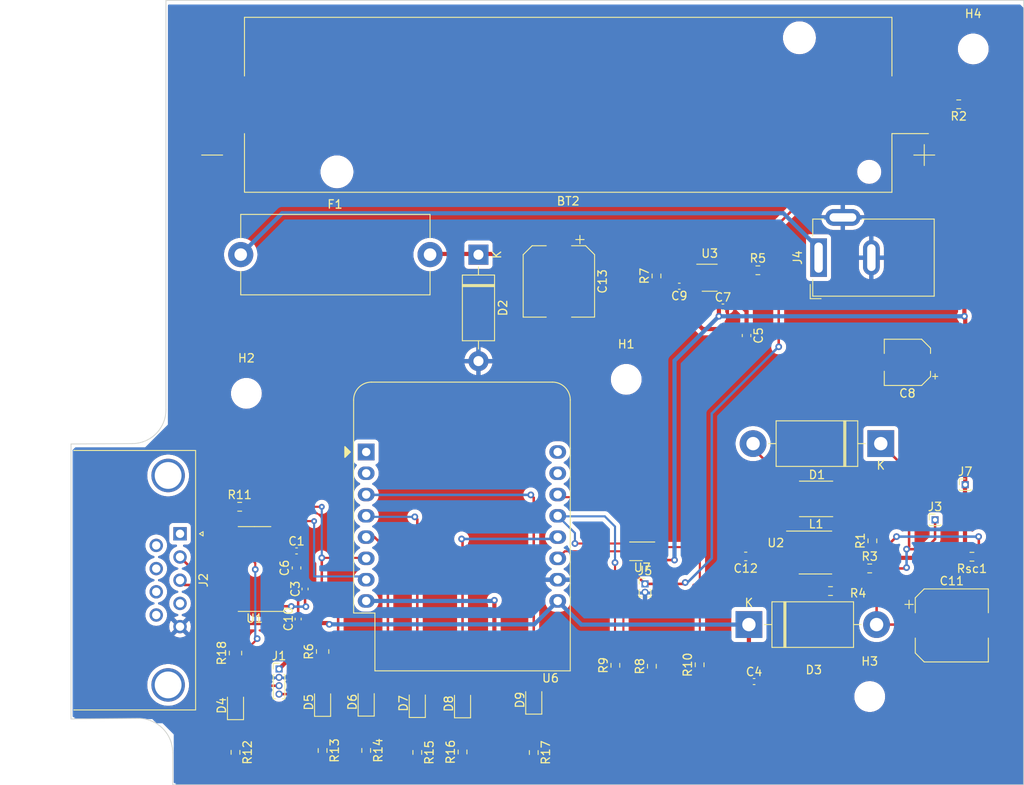
<source format=kicad_pcb>
(kicad_pcb (version 20221018) (generator pcbnew)
  (layers (0 "F.Cu" signal) (31 "B.Cu" signal) (34 "B.Paste" user) (35 "F.Paste" user) (36 "B.SilkS" user "B.Silkscreen") (37 "F.SilkS" user "F.Silkscreen") (38 "B.Mask" user) (39 "F.Mask" user) (44 "Edge.Cuts" user))
  (net 0 "")
  (net 1 "Net-(BT2-+)")
  (net 2 "GND")
  (net 3 "Net-(U1-VS-)")
  (net 4 "Net-(U1-C1+)")
  (net 5 "Net-(U1-C1-)")
  (net 6 "/5V")
  (net 7 "/V_DC_in")
  (net 8 "Net-(U1-C2+)")
  (net 9 "Net-(U1-C2-)")
  (net 10 "/V_bat")
  (net 11 "Net-(U1-VS+)")
  (net 12 "Net-(D1-K)")
  (net 13 "Net-(U2-TC)")
  (net 14 "Net-(D1-A)")
  (net 15 "Net-(D4-K)")
  (net 16 "Net-(D4-A)")
  (net 17 "Net-(D5-K)")
  (net 18 "Net-(D5-A)")
  (net 19 "Net-(D6-K)")
  (net 20 "Net-(D6-A)")
  (net 21 "Net-(D7-K)")
  (net 22 "Net-(D7-A)")
  (net 23 "Net-(D8-K)")
  (net 24 "Net-(D8-A)")
  (net 25 "Net-(D9-K)")
  (net 26 "Net-(D9-A)")
  (net 27 "Net-(F1-Pad1)")
  (net 29 "Net-(U1-T1OUT)")
  (net 30 "Net-(U1-R1IN)")
  (net 36 "Net-(U2-Ipk)")
  (net 37 "Net-(U2-DC)")
  (net 38 "Net-(U2-Vfb)")
  (net 39 "Net-(U3-PROG)")
  (net 40 "Net-(U3-ON{slash}OFF)")
  (net 41 "+3.3V")
  (net 42 "Net-(U6-D4)")
  (net 43 "Net-(U6-SDA{slash}D2)")
  (net 44 "Net-(U6-SCL{slash}D1)")
  (net 45 "Net-(U1-R1OUT)")
  (footprint "Capacitor_SMD:C_0603_1608Metric" (layer "F.Cu") (at 164.9 63 -90)
    (fp_text reference "C5")
    (fp_text value "1uF")
  )
  (footprint "LED_SMD:LED_0805_2012Metric" (layer "F.Cu") (at 119.5 106.74 90)
    (fp_text reference "D6")
    (fp_text value "LED")
  )
  (footprint "Resistor_SMD:R_0603_1608Metric" (layer "F.Cu") (at 103.9 112.7505 -90)
    (fp_text reference "R12")
    (fp_text value "470_1%")
  )
  (footprint "Resistor_SMD:R_0603_1608Metric" (layer "F.Cu") (at 139.5 112.774 -90)
    (fp_text reference "R17")
    (fp_text value "470_1%")
  )
  (footprint "Resistor_SMD:R_0603_1608Metric" (layer "F.Cu") (at 154.15 55.887 90)
    (fp_text reference "R7")
    (fp_text value "0R_1%")
  )
  (footprint "Resistor_SMD:R_0603_1608Metric" (layer "F.Cu") (at 125.6 112.76 -90)
    (fp_text reference "R15")
    (fp_text value "470_1%")
  )
  (footprint "Resistor_SMD:R_0603_1608Metric" (layer "F.Cu") (at 149.241 102.363 90)
    (fp_text reference "R9")
    (fp_text value "2,2k")
  )
  (footprint "Package_DFN_QFN:DFN-6-1EP_3x2mm_P0.5mm_EP1.65x1.35mm" (layer "F.Cu") (at 152.445 88.752 180)
    (fp_text reference "U7")
    (fp_text value "LTC2942")
  )
  (footprint "Diode_THT:D_DO-201AD_P15.24mm_Horizontal" (layer "F.Cu") (at 165.18 97.5)
    (fp_text reference "D3")
    (fp_text value "1N5822")
  )
  (footprint "Capacitor_SMD:C_0603_1608Metric" (layer "F.Cu") (at 164.801 89.366 180)
    (fp_text reference "C12")
    (fp_text value "180pF")
  )
  (footprint "Package_SO:SOIC-16_3.9x9.9mm_P1.27mm" (layer "F.Cu") (at 106.172 90.867 180)
    (fp_text reference "U1")
    (fp_text value "MAX232")
  )
  (footprint "Resistor_SMD:R_0805_2012Metric" (layer "F.Cu") (at 103.9 100.9 90)
    (fp_text reference "R18")
    (fp_text value "10k_1%")
  )
  (footprint "Battery:BatteryHolder_Keystone_1042_1x18650" (layer "F.Cu") (at 143.6116 35.4584 180)
    (fp_text reference "BT2")
    (fp_text value "Li_ion_Battery_Cell")
  )
  (footprint "Module:WEMOS_D1_mini_light" (layer "F.Cu") (at 119.5 76.9)
    (fp_text reference "U6")
    (fp_text value "WeMos_D1_mini")
  )
  (footprint "LED_SMD:LED_0805_2012Metric" (layer "F.Cu") (at 131 106.94 90)
    (fp_text reference "D8")
    (fp_text value "LED")
  )
  (footprint "Resistor_SMD:R_0603_1608Metric" (layer "F.Cu") (at 159.3 102.3 90)
    (fp_text reference "R10")
    (fp_text value "2,2k")
  )
  (footprint "Inductor_SMD:L_Abracon_ASPI-4030S" (layer "F.Cu") (at 173.2 82.5 180)
    (fp_text reference "L1")
    (fp_text value "7uH")
  )
  (footprint "Capacitor_SMD:C_0402_1005Metric" (layer "F.Cu") (at 112.203 93.252 90)
    (fp_text reference "C3")
    (fp_text value "100nF")
  )
  (footprint "LED_SMD:LED_0805_2012Metric" (layer "F.Cu") (at 139.5 106.5025 90)
    (fp_text reference "D9")
    (fp_text value "LED")
  )
  (footprint "Connector_PinHeader_1.00mm:PinHeader_1x01_P1.00mm_Vertical" (layer "F.Cu") (at 187.4 85)
    (fp_text reference "J3")
    (fp_text value "5V5")
  )
  (footprint "Capacitor_SMD:C_0402_1005Metric" (layer "F.Cu") (at 156.87 57.112 180)
    (fp_text reference "C9")
    (fp_text value "100nF")
  )
  (footprint "Resistor_SMD:R_0603_1608Metric" (layer "F.Cu") (at 166.25 55.212)
    (fp_text reference "R5")
    (fp_text value "1k65_1%")
  )
  (footprint "Capacitor_SMD:C_0402_1005Metric" (layer "F.Cu") (at 111.187 88.708)
    (fp_text reference "C1")
    (fp_text value "100nF")
  )
  (footprint "Connector_PinHeader_1.00mm:PinHeader_1x04_P1.00mm_Vertical" (layer "F.Cu") (at 109.1 102.8)
    (fp_text reference "J1")
    (fp_text value "Conn_01x04_Socket")
  )
  (footprint "MountingHole:MountingHole_3.2mm_M3" (layer "F.Cu") (at 191.96 28.79)
    (fp_text reference "H4")
    (fp_text value "MountingHole")
  )
  (footprint "Capacitor_SMD:C_0402_1005Metric" (layer "F.Cu") (at 162.08 59.6)
    (fp_text reference "C7")
    (fp_text value "100nF")
  )
  (footprint "Resistor_SMD:R_0603_1608Metric" (layer "F.Cu") (at 114.296 112.5285 -90)
    (fp_text reference "R13")
    (fp_text value "470_1%")
  )
  (footprint "Resistor_SMD:R_0603_1608Metric" (layer "F.Cu") (at 153.6 102.475 90)
    (fp_text reference "R8")
    (fp_text value "2,2k")
  )
  (footprint "Diode_THT:D_DO-201AD_P15.24mm_Horizontal" (layer "F.Cu") (at 180.92 75.9 180)
    (fp_text reference "D1")
    (fp_text value "1N5822")
  )
  (footprint "Capacitor_SMD:CP_Elec_8x10" (layer "F.Cu") (at 142.5 56.5425 -90)
    (fp_text reference "C13")
    (fp_text value "4,7uF")
  )
  (footprint "Package_TO_SOT_SMD:SOT-23-5_HandSoldering" (layer "F.Cu") (at 160.5 56.1)
    (fp_text reference "U3")
    (fp_text value "LTC4057ES5-4.2_TRMPBF")
  )
  (footprint "LED_SMD:LED_0805_2012Metric" (layer "F.Cu") (at 114.296 106.765 90)
    (fp_text reference "D5")
    (fp_text value "LED")
  )
  (footprint "Connector_PinHeader_1.00mm:PinHeader_1x02_P1.00mm_Vertical" (layer "F.Cu") (at 152.78 92.645)
    (fp_text reference "J5")
    (fp_text value "Conn_01x02_Pin")
  )
  (footprint "LED_SMD:LED_0805_2012Metric" (layer "F.Cu") (at 103.9 107.1625 90)
    (fp_text reference "D4")
    (fp_text value "LED")
  )
  (footprint "Resistor_SMD:R_0603_1608Metric" (layer "F.Cu") (at 190.225 35.4 180)
    (fp_text reference "R2")
    (fp_text value "100m_1%")
  )
  (footprint "Resistor_SMD:R_0603_1608Metric" (layer "F.Cu") (at 119.5 112.519 -90)
    (fp_text reference "R14")
    (fp_text value "470_1%")
  )
  (footprint "LED_SMD:LED_0805_2012Metric" (layer "F.Cu") (at 125.6 106.9025 90)
    (fp_text reference "D7")
    (fp_text value "LED")
  )
  (footprint "Capacitor_SMD:C_0603_1608Metric" (layer "F.Cu") (at 111.187 90.74 90)
    (fp_text reference "C6")
    (fp_text value "1uF")
  )
  (footprint "Connector_Dsub:DSUB-9_Male_Horizontal_P2.77x2.84mm_EdgePinOffset9.90mm_Housed_MountingHolesOffset11.32mm" (layer "F.Cu") (at 97.279531 86.6632 -90)
    (fp_text reference "J2")
    (fp_text value "DE9_Plug")
  )
  (footprint "Resistor_SMD:R_0603_1608Metric" (layer "F.Cu") (at 179.92 87.5 90)
    (fp_text reference "R1")
    (fp_text value "220_1%")
  )
  (footprint "Resistor_SMD:R_0603_1608Metric" (layer "F.Cu") (at 191.8 89.4 180)
    (fp_text reference "Rsc1")
    (fp_text value "1,18_1%")
  )
  (footprint "Resistor_SMD:R_0603_1608Metric" (layer "F.Cu") (at 179.6 90.8)
    (fp_text reference "R3")
    (fp_text value "47k_1%")
  )
  (footprint "Diode_THT:D_DO-15_P12.70mm_Horizontal" (layer "F.Cu") (at 132.9 53.35 -90)
    (fp_text reference "D2")
    (fp_text value "SA6.0A")
  )
  (footprint "MountingHole:MountingHole_3.2mm_M3" (layer "F.Cu") (at 179.6 106.09)
    (fp_text reference "H3")
    (fp_text value "MountingHole")
  )
  (footprint "MountingHole:MountingHole_3.2mm_M3" (layer "F.Cu") (at 105.2 69.9)
    (fp_text reference "H2")
    (fp_text value "MountingHole")
  )
  (footprint "Package_SO:SOP-8_3.9x4.9mm_P1.27mm" (layer "F.Cu") (at 173.12 88.9)
    (fp_text reference "U2")
    (fp_text value "MC34063AD")
  )
  (footprint "Resistor_SMD:R_0603_1608Metric" (layer "F.Cu") (at 131 112.7035 90)
    (fp_text reference "R16")
    (fp_text value "470_1%")
  )
  (footprint "Capacitor_SMD:CP_Elec_5x5.4" (layer "F.Cu") (at 184.1 66.2 180)
    (fp_text reference "C8")
    (fp_text value "100uF/16V")
  )
  (footprint "MountingHole:MountingHole_3.2mm_M3" (layer "F.Cu") (at 150.54 68.23)
    (fp_text reference "H1")
    (fp_text value "MountingHole")
  )
  (footprint "Resistor_SMD:R_0603_1608Metric" (layer "F.Cu") (at 174.92 93.5)
    (fp_text reference "R4")
    (fp_text value "15k_1%")
  )
  (footprint "Connector_BarrelJack:BarrelJack_GCT_DCJ200-10-A_Horizontal" (layer "F.Cu") (at 173.5 53.7 90)
    (fp_text reference "J4")
    (fp_text value "Barrel_Jack_Switch_Pin3Ring")
  )
  (footprint "Capacitor_SMD:CP_Elec_8x10.5" (layer "F.Cu") (at 189.4 97.6)
    (fp_text reference "C11")
    (fp_text value "220uF/16V")
  )
  (footprint "Capacitor_SMD:C_0402_1005Metric" (layer "F.Cu") (at 165.8 104.3)
    (fp_text reference "C4")
    (fp_text value "100nF")
  )
  (footprint "Resistor_SMD:R_0805_2012Metric" (layer "F.Cu") (at 114.3 100.7125 90)
    (fp_text reference "R6")
    (fp_text value "10k_1%")
  )
  (footprint "Fuse:Fuseholder_Cylinder-5x20mm_Stelvio-Kontek_PTF78_Horizontal_Open" (layer "F.Cu") (at 104.524 53.34)
    (fp_text reference "F1")
    (fp_text value "2A")
  )
  (footprint "Resistor_SMD:R_0603_1608Metric" (layer "F.Cu") (at 104.4 83.44)
    (fp_text reference "R11")
    (fp_text value "5,6K_1%")
  )
  (footprint "Connector_PinHeader_1.00mm:PinHeader_1x01_P1.00mm_Vertical" (layer "F.Cu") (at 191 80.8)
    (fp_text reference "J7")
    (fp_text value "Conn_01x01_Pin")
  )
  (footprint "Capacitor_SMD:C_0402_1005Metric" (layer "F.Cu") (at 111.38 96.84 90)
    (fp_text reference "C10")
    (fp_text value "100nF")
  )
  (gr_line (start 197.98 23) (end 197.97 116.62) (stroke (width 0.1)) (layer "Edge.Cuts"))
  (gr_arc (start 92.33 108.7) (mid 95.221209 109.910004) (end 96.41 112.81) (stroke (width 0.1)) (layer "Edge.Cuts"))
  (gr_line (start 84.275 75.94) (end 84.275 108.76) (stroke (width 0.1)) (layer "Edge.Cuts"))
  (gr_line (start 91.6 75.9) (end 84.275 75.94) (stroke (width 0.1)) (layer "Edge.Cuts"))
  (gr_line (start 197.98 23) (end 95.6 23) (stroke (width 0.1)) (layer "Edge.Cuts"))
  (gr_line (start 96.41 116.62) (end 197.97 116.62) (stroke (width 0.1)) (layer "Edge.Cuts"))
  (gr_line (start 95.6 23) (end 95.6 71.8) (stroke (width 0.1)) (layer "Edge.Cuts"))
  (gr_line (start 96.41 112.81) (end 96.41 116.62) (stroke (width 0.1)) (layer "Edge.Cuts"))
  (gr_arc (start 95.6 71.8) (mid 94.449138 74.678427) (end 91.6 75.9) (stroke (width 0.1)) (layer "Edge.Cuts"))
  (gr_line (start 92.33 108.7) (end 84.275 108.76) (stroke (width 0.1)) (layer "Edge.Cuts"))
  (segment (start 152.78 92.645) (end 157.415 92.645) (width 0.3) (layer "F.Cu") (net 1))
  (segment (start 168.74 64.34) (end 168.74 49.66) (width 0.3) (layer "F.Cu") (net 1))
  (segment (start 157.415 92.645) (end 157.58 92.48) (width 0.3) (layer "F.Cu") (net 1))
  (segment (start 151.0075 90.8725) (end 152.78 92.645) (width 0.3) (layer "F.Cu") (net 1))
  (segment (start 151.0075 89.252) (end 151.0075 90.8725) (width 0.3) (layer "F.Cu") (net 1))
  (segment (start 168.74 49.66) (end 182.9416 35.4584) (width 0.3) (layer "F.Cu") (net 1))
  (segment (start 183 35.4) (end 182.9416 35.4584) (width 0.5) (layer "F.Cu") (net 1))
  (segment (start 189.4 35.4) (end 183 35.4) (width 0.5) (layer "F.Cu") (net 1))
  (via (at 157.58 92.48) (size 0.8) (drill 0.4) (layers "F.Cu" "B.Cu") (net 1))
  (via (at 168.74 64.34) (size 0.8) (drill 0.4) (layers "F.Cu" "B.Cu") (net 1))
  (segment (start 160.75 89.58) (end 160.75 72.31) (width 0.3) (layer "B.Cu") (net 1))
  (segment (start 160.75 72.31) (end 168.72 64.34) (width 0.3) (layer "B.Cu") (net 1))
  (segment (start 157.58 92.48) (end 157.85 92.48) (width 0.3) (layer "B.Cu") (net 1))
  (segment (start 157.85 92.48) (end 160.75 89.58) (width 0.3) (layer "B.Cu") (net 1))
  (segment (start 110.453 88.962) (end 110.707 88.708) (width 0.25) (layer "F.Cu") (net 3))
  (segment (start 108.647 88.962) (end 110.453 88.962) (width 0.25) (layer "F.Cu") (net 3))
  (segment (start 112.203 93.732) (end 112.203 95.263) (width 0.3) (layer "F.Cu") (net 4))
  (segment (start 110.532 95.312) (end 108.647 95.312) (width 0.3) (layer "F.Cu") (net 4))
  (segment (start 112.203 95.263) (end 112.3 95.36) (width 0.3) (layer "F.Cu") (net 4))
  (segment (start 110.56 95.34) (end 110.532 95.312) (width 0.3) (layer "F.Cu") (net 4))
  (via (at 112.3 95.36) (size 0.8) (drill 0.4) (layers "F.Cu" "B.Cu") (net 4))
  (via (at 110.56 95.34) (size 0.8) (drill 0.4) (layers "F.Cu" "B.Cu") (net 4))
  (segment (start 112.3 95.36) (end 110.58 95.36) (width 0.3) (layer "B.Cu") (net 4))
  (segment (start 110.58 95.36) (end 110.56 95.34) (width 0.3) (layer "B.Cu") (net 4))
  (segment (start 108.647 92.772) (end 112.203 92.772) (width 0.25) (layer "F.Cu") (net 5))
  (segment (start 114.95 97.32) (end 115.1 97.47) (width 0.5) (layer "F.Cu") (net 6))
  (segment (start 165.18 104.16) (end 165.32 104.3) (width 0.5) (layer "F.Cu") (net 6))
  (segment (start 105.6 97.32) (end 111.38 97.32) (width 0.5) (layer "F.Cu") (net 6))
  (segment (start 111.38 97.32) (end 111.38 100.52) (width 0.5) (layer "F.Cu") (net 6))
  (segment (start 103.697 95.417) (end 105.6 97.32) (width 0.5) (layer "F.Cu") (net 6))
  (segment (start 111.38 100.52) (end 109.1 102.8) (width 0.5) (layer "F.Cu") (net 6))
  (segment (start 165.18 97.5) (end 165.18 104.16) (width 0.5) (layer "F.Cu") (net 6))
  (segment (start 103.697 95.312) (end 103.697 95.417) (width 0.5) (layer "F.Cu") (net 6))
  (segment (start 111.38 97.32) (end 114.95 97.32) (width 0.5) (layer "F.Cu") (net 6))
  (via (at 115.1 97.47) (size 0.8) (drill 0.4) (layers "F.Cu" "B.Cu") (net 6))
  (segment (start 139.57 97.47) (end 115.1 97.47) (width 0.5) (layer "B.Cu") (net 6))
  (segment (start 165.18 97.5) (end 145.18 97.5) (width 0.5) (layer "B.Cu") (net 6))
  (segment (start 145.18 97.5) (end 142.36 94.68) (width 0.5) (layer "B.Cu") (net 6))
  (segment (start 142.36 94.68) (end 139.57 97.47) (width 0.5) (layer "B.Cu") (net 6))
  (segment (start 159.663 62.225) (end 164.9 62.225) (width 0.5) (layer "F.Cu") (net 7))
  (segment (start 154.15 56.712) (end 159.663 62.225) (width 0.5) (layer "F.Cu") (net 7))
  (segment (start 127.202 53.262) (end 127.124 53.34) (width 0.5) (layer "F.Cu") (net 7))
  (segment (start 150.7 53.262) (end 154.15 56.712) (width 0.5) (layer "F.Cu") (net 7))
  (segment (start 164.9 60.1) (end 164.9 62.225) (width 0.5) (layer "F.Cu") (net 7))
  (segment (start 150.7 53.262) (end 127.202 53.262) (width 0.5) (layer "F.Cu") (net 7))
  (segment (start 161.85 57.05) (end 164.9 60.1) (width 0.5) (layer "F.Cu") (net 7))
  (segment (start 108.647 91.502) (end 111.174 91.502) (width 0.3) (layer "F.Cu") (net 8))
  (segment (start 111.174 91.502) (end 111.187 91.515) (width 0.3) (layer "F.Cu") (net 8))
  (segment (start 108.647 90.232) (end 111.161 90.232) (width 0.3) (layer "F.Cu") (net 9))
  (segment (start 156.3 89.8) (end 154.4305 89.8) (width 0.3) (layer "F.Cu") (net 10))
  (segment (start 190.9 35.55) (end 191.05 35.4) (width 0.5) (layer "F.Cu") (net 10))
  (segment (start 190.84 89.535) (end 190.975 89.4) (width 0.5) (layer "F.Cu") (net 10))
  (segment (start 161.6 59.6) (end 161.6 60.7) (width 0.5) (layer "F.Cu") (net 10))
  (segment (start 191 60.8) (end 191 66.2) (width 0.5) (layer "F.Cu") (net 10))
  (segment (start 190.975 89.4) (end 190.975 80.825) (width 0.5) (layer "F.Cu") (net 10))
  (segment (start 154.4305 89.8) (end 153.8825 89.252) (width 0.3) (layer "F.Cu") (net 10))
  (segment (start 190.9 60.7) (end 190.9 35.55) (width 0.5) (layer "F.Cu") (net 10))
  (segment (start 190.9 60.7) (end 191 60.8) (width 0.5) (layer "F.Cu") (net 10))
  (segment (start 161.6 59.6) (end 159.15 57.15) (width 0.5) (layer "F.Cu") (net 10))
  (segment (start 190.975 80.825) (end 191 80.8) (width 0.5) (layer "F.Cu") (net 10))
  (segment (start 186.3 66.2) (end 191 66.2) (width 0.5) (layer "F.Cu") (net 10))
  (segment (start 175.745 89.535) (end 190.84 89.535) (width 0.5) (layer "F.Cu") (net 10))
  (segment (start 157.412 57.05) (end 157.35 57.112) (width 0.5) (layer "F.Cu") (net 10))
  (segment (start 191 80.8) (end 191 66.2) (width 0.5) (layer "F.Cu") (net 10))
  (segment (start 159.15 57.05) (end 157.412 57.05) (width 0.5) (layer "F.Cu") (net 10))
  (via (at 156.3 89.8) (size 0.8) (drill 0.4) (layers "F.Cu" "B.Cu") (net 10))
  (via (at 161.6 60.7) (size 0.8) (drill 0.4) (layers "F.Cu" "B.Cu") (net 10))
  (via (at 190.9 60.7) (size 0.8) (drill 0.4) (layers "F.Cu" "B.Cu") (net 10))
  (segment (start 156.3 66) (end 161.6 60.7) (width 0.5) (layer "B.Cu") (net 10))
  (segment (start 190.9 60.7) (end 161.6 60.7) (width 0.5) (layer "B.Cu") (net 10))
  (segment (start 156.3 89.8) (end 156.3 66) (width 0.5) (layer "B.Cu") (net 10))
  (segment (start 111.38 94.63) (end 110.792 94.042) (width 0.3) (layer "F.Cu") (net 11))
  (segment (start 110.792 94.042) (end 108.647 94.042) (width 0.3) (layer "F.Cu") (net 11))
  (segment (start 111.38 96.36) (end 111.38 94.63) (width 0.3) (layer "F.Cu") (net 11))
  (segment (start 180.425 97.495) (end 180.42 97.5) (width 0.3) (layer "F.Cu") (net 12))
  (segment (start 187.4 85) (end 187.4 87.3) (width 0.3) (layer "F.Cu") (net 12))
  (segment (start 180.92 75.9) (end 184.3 79.28) (width 0.3) (layer "F.Cu") (net 12))
  (segment (start 184.3 79.28) (end 184.3 88.2) (width 0.3) (layer "F.Cu") (net 12))
  (segment (start 183.9 90.8) (end 180.425 90.8) (width 0.3) (layer "F.Cu") (net 12))
  (segment (start 180.42 97.5) (end 185.6 97.5) (width 0.3) (layer "F.Cu") (net 12))
  (segment (start 186.2 88.5) (end 184 88.5) (width 0.3) (layer "F.Cu") (net 12))
  (segment (start 184.3 88.2) (end 184 88.5) (width 0.3) (layer "F.Cu") (net 12))
  (segment (start 187.4 87.3) (end 186.2 88.5) (width 0.3) (layer "F.Cu") (net 12))
  (segment (start 185.6 97.5) (end 185.7 97.6) (width 0.3) (layer "F.Cu") (net 12))
  (segment (start 184 90.7) (end 183.9 90.8) (width 0.3) (layer "F.Cu") (net 12))
  (segment (start 180.425 90.8) (end 180.425 97.495) (width 0.3) (layer "F.Cu") (net 12))
  (via (at 184 88.5) (size 0.8) (drill 0.4) (layers "F.Cu" "B.Cu") (net 12))
  (via (at 184 90.7) (size 0.8) (drill 0.4) (layers "F.Cu" "B.Cu") (net 12))
  (segment (start 184 88.5) (end 184 90.7) (width 0.3) (layer "B.Cu") (net 12))
  (segment (start 170.495 89.535) (end 165.745 89.535) (width 0.25) (layer "F.Cu") (net 13))
  (segment (start 165.745 89.535) (end 165.576 89.366) (width 0.25) (layer "F.Cu") (net 13))
  (segment (start 171.7 82.5) (end 165.68 76.48) (width 0.3) (layer "F.Cu") (net 14))
  (segment (start 171.7 82.5) (end 171.7 85.79) (width 0.3) (layer "F.Cu") (net 14))
  (segment (start 165.68 76.48) (end 165.68 75.9) (width 0.3) (layer "F.Cu") (net 14))
  (segment (start 171.7 85.79) (end 170.495 86.995) (width 0.3) (layer "F.Cu") (net 14))
  (segment (start 103.9 108.1) (end 103.9 111.9255) (width 0.25) (layer "F.Cu") (net 15))
  (segment (start 106.49 99.18) (end 106.49 99.2225) (width 0.25) (layer "F.Cu") (net 16))
  (segment (start 109.1 104.8) (end 107.48 104.8) (width 0.3) (layer "F.Cu") (net 16))
  (segment (start 107.48 104.8) (end 106.15 106.13) (width 0.3) (layer "F.Cu") (net 16))
  (segment (start 103.9 101.8125) (end 103.9 106.225) (width 0.25) (layer "F.Cu") (net 16))
  (segment (start 105.062 88.962) (end 103.697 88.962) (width 0.25) (layer "F.Cu") (net 16))
  (segment (start 102.032 88.962) (end 103.697 88.962) (width 0.25) (layer "F.Cu") (net 16))
  (segment (start 106.26 90.16) (end 105.062 88.962) (width 0.25) (layer "F.Cu") (net 16))
  (segment (start 101.854 85.152) (end 101.854 88.784) (width 0.25) (layer "F.Cu") (net 16))
  (segment (start 113.284 85.152) (end 101.854 85.152) (width 0.25) (layer "F.Cu") (net 16))
  (segment (start 106.15 106.13) (end 103.995 106.13) (width 0.3) (layer "F.Cu") (net 16))
  (segment (start 101.854 88.784) (end 102.032 88.962) (width 0.25) (layer "F.Cu") (net 16))
  (segment (start 103.995 106.13) (end 103.9 106.225) (width 0.3) (layer "F.Cu") (net 16))
  (segment (start 106.26 90.16) (end 106.26 90.92) (width 0.25) (layer "F.Cu") (net 16))
  (segment (start 106.49 99.2225) (end 103.9 101.8125) (width 0.25) (layer "F.Cu") (net 16))
  (via (at 106.26 90.92) (size 0.8) (drill 0.4) (layers "F.Cu" "B.Cu") (net 16))
  (via (at 113.284 85.152) (size 0.7) (drill 0.3) (layers "F.Cu" "B.Cu") (net 16))
  (via (at 106.49 99.18) (size 0.8) (drill 0.4) (layers "F.Cu" "B.Cu") (net 16))
  (segment (start 113.284 91.756) (end 119.116 91.756) (width 0.25) (layer "B.Cu") (net 16))
  (segment (start 106.26 90.92) (end 106.26 98.95) (width 0.25) (layer "B.Cu") (net 16))
  (segment (start 106.26 98.95) (end 106.49 99.18) (width 0.25) (layer "B.Cu") (net 16))
  (segment (start 119.116 91.756) (end 119.5 92.14) (width 0.25) (layer "B.Cu") (net 16))
  (segment (start 113.284 85.152) (end 113.284 91.756) (width 0.25) (layer "B.Cu") (net 16))
  (segment (start 114.296 107.7025) (end 114.296 111.7035) (width 0.25) (layer "F.Cu") (net 17))
  (segment (start 114.3 105.8235) (end 114.296 105.8275) (width 0.3) (layer "F.Cu") (net 18))
  (segment (start 116.15 96.21) (end 114.2 94.26) (width 0.3) (layer "F.Cu") (net 18))
  (segment (start 116.15 99.775) (end 116.15 96.21) (width 0.3) (layer "F.Cu") (net 18))
  (segment (start 114.2685 105.8) (end 114.296 105.8275) (width 0.3) (layer "F.Cu") (net 18))
  (segment (start 114.2 94.26) (end 114.2 89.54) (width 0.3) (layer "F.Cu") (net 18))
  (segment (start 114.2 83.44) (end 105.225 83.44) (width 0.25) (layer "F.Cu") (net 18))
  (segment (start 114.2 89.54) (end 119.44 89.54) (width 0.25) (layer "F.Cu") (net 18))
  (segment (start 119.44 89.54) (end 119.5 89.6) (width 0.25) (layer "F.Cu") (net 18))
  (segment (start 114.3 101.625) (end 114.3 105.8235) (width 0.3) (layer "F.Cu") (net 18))
  (segment (start 109.1 105.8) (end 114.2685 105.8) (width 0.3) (layer "F.Cu") (net 18))
  (segment (start 114.3 101.625) (end 116.15 99.775) (width 0.3) (layer "F.Cu") (net 18))
  (via (at 114.2 83.44) (size 0.7) (drill 0.3) (layers "F.Cu" "B.Cu") (net 18))
  (via (at 114.2 89.54) (size 0.8) (drill 0.4) (layers "F.Cu" "B.Cu") (net 18))
  (segment (start 114.2 89.54) (end 114.2 83.44) (width 0.25) (layer "B.Cu") (net 18))
  (segment (start 119.5 107.6775) (end 119.5 111.694) (width 0.25) (layer "F.Cu") (net 19))
  (segment (start 122.09 103.2125) (end 122.09 88.66) (width 0.3) (layer "F.Cu") (net 20))
  (segment (start 122.09 88.66) (end 120.49 87.06) (width 0.3) (layer "F.Cu") (net 20))
  (segment (start 120.49 87.06) (end 119.5 87.06) (width 0.3) (layer "F.Cu") (net 20))
  (segment (start 119.5 105.8025) (end 122.09 103.2125) (width 0.3) (layer "F.Cu") (net 20))
  (segment (start 125.6 107.84) (end 125.6 111.935) (width 0.25) (layer "F.Cu") (net 21))
  (segment (start 125.6 105.965) (end 125.6 84.94) (width 0.3) (layer "F.Cu") (net 22))
  (segment (start 125.6 84.94) (end 125.3 84.64) (width 0.3) (layer "F.Cu") (net 22))
  (via (at 125.3 84.64) (size 0.8) (drill 0.4) (layers "F.Cu" "B.Cu") (net 22))
  (segment (start 119.62 84.64) (end 119.5 84.52) (width 0.25) (layer "B.Cu") (net 22))
  (segment (start 125.3 84.64) (end 119.62 84.64) (width 0.25) (layer "B.Cu") (net 22))
  (segment (start 131 107.8775) (end 131 111.8785) (width 0.25) (layer "F.Cu") (net 23))
  (segment (start 130.89 87.28) (end 131 87.39) (width 0.3) (layer "F.Cu") (net 24))
  (segment (start 131 87.39) (end 131 106.0025) (width 0.3) (layer "F.Cu") (net 24))
  (via (at 130.89 87.28) (size 0.8) (drill 0.4) (layers "F.Cu" "B.Cu") (net 24))
  (segment (start 142.36 87.06) (end 142.14 87.28) (width 0.3) (layer "B.Cu") (net 24))
  (segment (start 142.14 87.28) (end 130.89 87.28) (width 0.3) (layer "B.Cu") (net 24))
  (segment (start 139.5 107.44) (end 139.5 111.949) (width 0.25) (layer "F.Cu") (net 25))
  (segment (start 139.5 82.37) (end 139.15 82.02) (width 0.3) (layer "F.Cu") (net 26))
  (segment (start 139.5 105.565) (end 139.5 82.37) (width 0.3) (layer "F.Cu") (net 26))
  (via (at 139.15 82.02) (size 0.8) (drill 0.4) (layers "F.Cu" "B.Cu") (net 26))
  (segment (start 139.15 82.02) (end 119.54 82.02) (width 0.3) (layer "B.Cu") (net 26))
  (segment (start 119.54 82.02) (end 119.5 81.98) (width 0.3) (layer "B.Cu") (net 26))
  (segment (start 169.3 48.4) (end 173.5 52.6) (width 0.5) (layer "B.Cu") (net 27))
  (segment (start 104.524 53.34) (end 109.464 48.4) (width 0.5) (layer "B.Cu") (net 27))
  (segment (start 173.5 52.6) (end 173.5 53.7) (width 0.5) (layer "B.Cu") (net 27))
  (segment (start 109.464 48.4) (end 169.3 48.4) (width 0.5) (layer "B.Cu") (net 27))
  (segment (start 97.848331 92.772) (end 97.279531 92.2032) (width 0.3) (layer "F.Cu") (net 29))
  (segment (start 103.697 92.772) (end 97.848331 92.772) (width 0.3) (layer "F.Cu") (net 29))
  (segment (start 103.697 91.502) (end 99.348331 91.502) (width 0.3) (layer "F.Cu") (net 30))
  (segment (start 99.348331 91.502) (end 97.279531 89.4332) (width 0.3) (layer "F.Cu") (net 30))
  (segment (start 173.8 83.4) (end 173.8 87.3) (width 0.3) (layer "F.Cu") (net 36))
  (segment (start 174.8 88.3) (end 181.5 88.3) (width 0.3) (layer "F.Cu") (net 36))
  (segment (start 173.8 87.3) (end 174.8 88.3) (width 0.3) (layer "F.Cu") (net 36))
  (segment (start 174.7 82.5) (end 173.8 83.4) (width 0.3) (layer "F.Cu") (net 36))
  (segment (start 192.625 89.4) (end 192.625 87.025) (width 0.3) (layer "F.Cu") (net 36))
  (segment (start 181.5 88.3) (end 182.8 87) (width 0.3) (layer "F.Cu") (net 36))
  (via (at 192.6 87) (size 0.8) (drill 0.4) (layers "F.Cu" "B.Cu") (net 36))
  (via (at 182.8 87) (size 0.8) (drill 0.4) (layers "F.Cu" "B.Cu") (net 36))
  (segment (start 192.6 87) (end 182.8 87) (width 0.3) (layer "B.Cu") (net 36))
  (segment (start 179.6 86.995) (end 179.92 86.675) (width 0.3) (layer "F.Cu") (net 37))
  (segment (start 175.745 86.995) (end 179.6 86.995) (width 0.3) (layer "F.Cu") (net 37))
  (segment (start 178.775 90.8) (end 175.75 90.8) (width 0.3) (layer "F.Cu") (net 38))
  (segment (start 175.745 90.805) (end 175.745 93.5) (width 0.3) (layer "F.Cu") (net 38))
  (segment (start 175.75 90.8) (end 175.745 90.805) (width 0.3) (layer "F.Cu") (net 38))
  (segment (start 165.425 55.212) (end 161.912 55.212) (width 0.25) (layer "F.Cu") (net 39))
  (segment (start 161.912 55.212) (end 161.85 55.15) (width 0.25) (layer "F.Cu") (net 39))
  (segment (start 154.238 55.15) (end 154.15 55.062) (width 0.25) (layer "F.Cu") (net 40))
  (segment (start 159.15 55.15) (end 154.238 55.15) (width 0.25) (layer "F.Cu") (net 40))
  (segment (start 145.75 115.49) (end 137.7 115.49) (width 0.3) (layer "F.Cu") (net 41))
  (segment (start 159.3 103.125) (end 153.775 103.125) (width 0.3) (layer "F.Cu") (net 41))
  (segment (start 133.36925 111.15925) (end 131 113.5285) (width 0.5) (layer "F.Cu") (net 41))
  (segment (start 149.241 103.188) (end 153.488 103.188) (width 0.3) (layer "F.Cu") (net 41))
  (segment (start 149.241 103.188) (end 149.241 111.999) (width 0.3) (layer "F.Cu") (net 41))
  (segment (start 153.775 103.125) (end 153.6 103.3) (width 0.3) (layer "F.Cu") (net 41))
  (segment (start 134.8 109.7285) (end 133.36925 111.15925) (width 0.5) (layer "F.Cu") (net 41))
  (segment (start 134.8 94.6) (end 134.8 109.7285) (width 0.5) (layer "F.Cu") (net 41))
  (segment (start 137.7 115.49) (end 133.36925 111.15925) (width 0.3) (layer "F.Cu") (net 41))
  (segment (start 149.241 111.999) (end 145.75 115.49) (width 0.3) (layer "F.Cu") (net 41))
  (segment (start 153.488 103.188) (end 153.6 103.3) (width 0.3) (layer "F.Cu") (net 41))
  (via (at 134.8 94.6) (size 0.8) (drill 0.4) (layers "F.Cu" "B.Cu") (net 41))
  (segment (start 119.5 94.68) (end 134.72 94.68) (width 0.5) (layer "B.Cu") (net 41))
  (segment (start 134.72 94.68) (end 134.8 94.6) (width 0.5) (layer "B.Cu") (net 41))
  (segment (start 150.2 88.752) (end 150.2 99.921) (width 0.25) (layer "F.Cu") (net 42))
  (segment (start 151.929 101.65) (end 150.2 99.921) (width 0.3) (layer "F.Cu") (net 42))
  (segment (start 153.6 101.65) (end 151.929 101.65) (width 0.3) (layer "F.Cu") (net 42))
  (segment (start 151.0075 88.752) (end 150.2 88.752) (width 0.25) (layer "F.Cu") (net 42))
  (segment (start 143.208 88.752) (end 142.36 89.6) (width 0.25) (layer "F.Cu") (net 42))
  (segment (start 150.2 88.752) (end 143.208 88.752) (width 0.25) (layer "F.Cu") (net 42))
  (segment (start 149.2 90.1) (end 149.2 101.497) (width 0.25) (layer "F.Cu") (net 43))
  (segment (start 151.0075 88.252) (end 150.5775 87.822) (width 0.25) (layer "F.Cu") (net 43))
  (segment (start 149.2 101.497) (end 149.241 101.538) (width 0.25) (layer "F.Cu") (net 43))
  (segment (start 150.5775 87.822) (end 144.415 87.822) (width 0.25) (layer "F.Cu") (net 43))
  (via (at 144.415 87.822) (size 0.8) (drill 0.4) (layers "F.Cu" "B.Cu") (net 43))
  (via (at 149.2 90.1) (size 0.8) (drill 0.4) (layers "F.Cu" "B.Cu") (net 43))
  (segment (start 144.415 87.822) (end 144.415 86.575) (width 0.25) (layer "B.Cu") (net 43))
  (segment (start 149.2 85.8) (end 147.98 84.58) (width 0.25) (layer "B.Cu") (net 43))
  (segment (start 149.2 90.1) (end 149.2 85.8) (width 0.25) (layer "B.Cu") (net 43))
  (segment (start 142.42 84.58) (end 142.36 84.52) (width 0.25) (layer "B.Cu") (net 43))
  (segment (start 147.98 84.58) (end 142.42 84.58) (width 0.25) (layer "B.Cu") (net 43))
  (segment (start 144.415 86.575) (end 142.36 84.52) (width 0.25) (layer "B.Cu") (net 43))
  (segment (start 159.323 88.252) (end 159.323 101.452) (width 0.25) (layer "F.Cu") (net 44))
  (segment (start 153.8825 83.2725) (end 152.9 82.29) (width 0.25) (layer "F.Cu") (net 44))
  (segment (start 153.8825 88.252) (end 153.8825 83.2725) (width 0.25) (layer "F.Cu") (net 44))
  (segment (start 152.9 82.29) (end 142.67 82.29) (width 0.25) (layer "F.Cu") (net 44))
  (segment (start 159.323 101.452) (end 159.3 101.475) (width 0.25) (layer "F.Cu") (net 44))
  (segment (start 153.8825 88.252) (end 159.323 88.252) (width 0.25) (layer "F.Cu") (net 44))
  (segment (start 142.67 82.29) (end 142.36 81.98) (width 0.25) (layer "F.Cu") (net 44))
  (segment (start 100.838 89.724) (end 101.346 90.232) (width 0.25) (layer "F.Cu") (net 45))
  (segment (start 103.575 83.44) (end 100.838 83.44) (width 0.25) (layer "F.Cu") (net 45))
  (segment (start 101.346 90.232) (end 103.697 90.232) (width 0.25) (layer "F.Cu") (net 45))
  (segment (start 100.838 83.44) (end 100.838 89.724) (width 0.25) (layer "F.Cu") (net 45))
  (zone (net 2) (net_name "GND") (layer "F.Cu") (priority 1) (connect_pads (clearance 0.5)) (min_thickness 0.25) (fill yes (thermal_gap 0.5) (thermal_bridge_width 0.5))
    (polygon (pts (xy 197.41 23.55) (xy 96.38 23.55) (xy 96.08 23.85) (xy 96.08 73.77) (xy 93.13 76.72) (xy 85.89 76.72) (xy 84.71 77.9) (xy 84.71 108.04) (xy 94.46 108.04) (xy 96.97 110.55) (xy 96.97 116.01) (xy 197.12 116.01) (xy 197.41 115.72)))
  )
  (zone (net 2) (net_name "GND") (layer "B.Cu") (connect_pads (clearance 0.5)) (min_thickness 0.25) (fill yes (thermal_gap 0.5) (thermal_bridge_width 0.5))
    (polygon (pts (xy 197.56 23.49) (xy 95.89 23.49) (xy 95.83 23.55) (xy 95.83 73.63) (xy 93.12 76.34) (xy 84.78 76.34) (xy 84.46 76.66) (xy 84.46 108.51) (xy 84.51 108.56) (xy 93.76 108.56) (xy 94.26 109.06) (xy 94.99 109.06) (xy 96.53 110.6) (xy 96.53 116.44) (xy 197.74 116.44) (xy 197.78 116.4) (xy 197.78 23.71)))
  )
  (zone (net 2) (net_name "GND") (layer "B.Cu") (connect_pads (clearance 0.5)) (min_thickness 0.25) (fill yes (thermal_gap 0.5) (thermal_bridge_width 0.5))
    (polygon (pts (xy 197.78 23.71) (xy 96.11 23.71) (xy 96.05 23.77) (xy 96.05 73.85) (xy 93.34 76.56) (xy 85 76.56) (xy 84.68 76.88) (xy 84.68 108.73) (xy 84.73 108.78) (xy 93.98 108.78) (xy 94.48 109.28) (xy 95.21 109.28) (xy 96.75 110.82) (xy 96.75 116.66) (xy 197.96 116.66) (xy 198 116.62) (xy 198 23.93)))
  )
)
</source>
